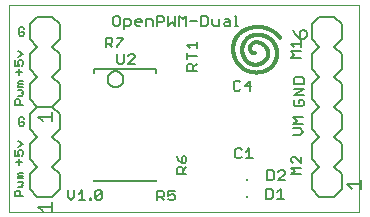
<source format=gto>
G75*
%MOIN*%
%OFA0B0*%
%FSLAX25Y25*%
%IPPOS*%
%LPD*%
%AMOC8*
5,1,8,0,0,1.08239X$1,22.5*
%
%ADD10C,0.00000*%
%ADD11C,0.00700*%
%ADD12C,0.01200*%
%ADD13C,0.00500*%
%ADD14C,0.00600*%
%ADD15R,0.00984X0.00984*%
D10*
X0002167Y0003000D02*
X0002167Y0071898D01*
X0118777Y0071898D01*
X0118777Y0003000D01*
X0002167Y0003000D01*
D11*
X0021808Y0007994D02*
X0022909Y0006893D01*
X0024010Y0007994D01*
X0024010Y0010196D01*
X0025491Y0009095D02*
X0026592Y0010196D01*
X0026592Y0006893D01*
X0025491Y0006893D02*
X0027693Y0006893D01*
X0029174Y0006893D02*
X0029174Y0007444D01*
X0029725Y0007444D01*
X0029725Y0006893D01*
X0029174Y0006893D01*
X0031016Y0007444D02*
X0031566Y0006893D01*
X0032667Y0006893D01*
X0033218Y0007444D01*
X0033218Y0009646D01*
X0031016Y0007444D01*
X0031016Y0009646D01*
X0031566Y0010196D01*
X0032667Y0010196D01*
X0033218Y0009646D01*
X0021808Y0010196D02*
X0021808Y0007994D01*
X0051654Y0007888D02*
X0053306Y0007888D01*
X0053856Y0008438D01*
X0053856Y0009539D01*
X0053306Y0010090D01*
X0051654Y0010090D01*
X0051654Y0006787D01*
X0052755Y0007888D02*
X0053856Y0006787D01*
X0055338Y0007337D02*
X0055888Y0006787D01*
X0056989Y0006787D01*
X0057539Y0007337D01*
X0057539Y0008438D01*
X0056989Y0008989D01*
X0056439Y0008989D01*
X0055338Y0008438D01*
X0055338Y0010090D01*
X0057539Y0010090D01*
X0058085Y0015618D02*
X0058085Y0017269D01*
X0058635Y0017820D01*
X0059736Y0017820D01*
X0060287Y0017269D01*
X0060287Y0015618D01*
X0061388Y0015618D02*
X0058085Y0015618D01*
X0060287Y0016719D02*
X0061388Y0017820D01*
X0060837Y0019301D02*
X0059736Y0019301D01*
X0059736Y0020952D01*
X0060287Y0021503D01*
X0060837Y0021503D01*
X0061388Y0020952D01*
X0061388Y0019851D01*
X0060837Y0019301D01*
X0059736Y0019301D02*
X0058635Y0020402D01*
X0058085Y0021503D01*
X0077560Y0021428D02*
X0078110Y0020878D01*
X0079211Y0020878D01*
X0079762Y0021428D01*
X0081243Y0020878D02*
X0083445Y0020878D01*
X0082344Y0020878D02*
X0082344Y0024180D01*
X0081243Y0023079D01*
X0079762Y0023630D02*
X0079211Y0024180D01*
X0078110Y0024180D01*
X0077560Y0023630D01*
X0077560Y0021428D01*
X0088363Y0016783D02*
X0090015Y0016783D01*
X0090565Y0016232D01*
X0090565Y0014030D01*
X0090015Y0013480D01*
X0088363Y0013480D01*
X0088363Y0016783D01*
X0092046Y0016232D02*
X0092597Y0016783D01*
X0093698Y0016783D01*
X0094248Y0016232D01*
X0094248Y0015682D01*
X0092046Y0013480D01*
X0094248Y0013480D01*
X0096321Y0015551D02*
X0097422Y0016652D01*
X0096321Y0017753D01*
X0099624Y0017753D01*
X0099624Y0019234D02*
X0097422Y0021436D01*
X0096871Y0021436D01*
X0096321Y0020885D01*
X0096321Y0019784D01*
X0096871Y0019234D01*
X0099624Y0019234D02*
X0099624Y0021436D01*
X0099624Y0015551D02*
X0096321Y0015551D01*
X0092753Y0010590D02*
X0092753Y0007287D01*
X0091653Y0007287D02*
X0093854Y0007287D01*
X0091653Y0009489D02*
X0092753Y0010590D01*
X0090171Y0010039D02*
X0089621Y0010590D01*
X0087969Y0010590D01*
X0087969Y0007287D01*
X0089621Y0007287D01*
X0090171Y0007837D01*
X0090171Y0010039D01*
X0097014Y0028653D02*
X0099216Y0028653D01*
X0100317Y0029754D01*
X0099216Y0030855D01*
X0097014Y0030855D01*
X0097014Y0032336D02*
X0098115Y0033437D01*
X0097014Y0034538D01*
X0100317Y0034538D01*
X0100317Y0032336D02*
X0097014Y0032336D01*
X0097671Y0038208D02*
X0099872Y0038208D01*
X0100423Y0038759D01*
X0100423Y0039860D01*
X0099872Y0040410D01*
X0098772Y0040410D01*
X0098772Y0039309D01*
X0097671Y0038208D02*
X0097120Y0038759D01*
X0097120Y0039860D01*
X0097671Y0040410D01*
X0097120Y0041891D02*
X0100423Y0044093D01*
X0097120Y0044093D01*
X0097120Y0045575D02*
X0097120Y0047226D01*
X0097671Y0047776D01*
X0099872Y0047776D01*
X0100423Y0047226D01*
X0100423Y0045575D01*
X0097120Y0045575D01*
X0097120Y0041891D02*
X0100423Y0041891D01*
X0083036Y0045021D02*
X0080834Y0045021D01*
X0082485Y0046673D01*
X0082485Y0043370D01*
X0079352Y0043920D02*
X0078802Y0043370D01*
X0077701Y0043370D01*
X0077151Y0043920D01*
X0077151Y0046122D01*
X0077701Y0046673D01*
X0078802Y0046673D01*
X0079352Y0046122D01*
X0064809Y0050108D02*
X0061506Y0050108D01*
X0061506Y0051759D01*
X0062056Y0052310D01*
X0063157Y0052310D01*
X0063708Y0051759D01*
X0063708Y0050108D01*
X0063708Y0051209D02*
X0064809Y0052310D01*
X0061506Y0053791D02*
X0061506Y0055993D01*
X0061506Y0054892D02*
X0064809Y0054892D01*
X0064809Y0057474D02*
X0064809Y0059676D01*
X0064809Y0058575D02*
X0061506Y0058575D01*
X0062607Y0057474D01*
X0061203Y0065011D02*
X0061203Y0068314D01*
X0060102Y0067213D01*
X0059001Y0068314D01*
X0059001Y0065011D01*
X0057520Y0065011D02*
X0057520Y0068314D01*
X0055318Y0068314D02*
X0055318Y0065011D01*
X0056419Y0066112D01*
X0057520Y0065011D01*
X0053837Y0066663D02*
X0053286Y0066112D01*
X0051635Y0066112D01*
X0051635Y0065011D02*
X0051635Y0068314D01*
X0053286Y0068314D01*
X0053837Y0067764D01*
X0053837Y0066663D01*
X0050154Y0066663D02*
X0050154Y0065011D01*
X0047952Y0065011D02*
X0047952Y0067213D01*
X0049603Y0067213D01*
X0050154Y0066663D01*
X0046471Y0066663D02*
X0046471Y0066112D01*
X0044269Y0066112D01*
X0044269Y0065562D02*
X0044269Y0066663D01*
X0044819Y0067213D01*
X0045920Y0067213D01*
X0046471Y0066663D01*
X0044819Y0065011D02*
X0044269Y0065562D01*
X0044819Y0065011D02*
X0045920Y0065011D01*
X0042788Y0065562D02*
X0042237Y0065011D01*
X0040586Y0065011D01*
X0042788Y0065562D02*
X0042788Y0066663D01*
X0042237Y0067213D01*
X0040586Y0067213D01*
X0040586Y0063910D01*
X0039104Y0065562D02*
X0038554Y0065011D01*
X0037453Y0065011D01*
X0036902Y0065562D01*
X0036902Y0067764D01*
X0037453Y0068314D01*
X0038554Y0068314D01*
X0039104Y0067764D01*
X0039104Y0065562D01*
X0038125Y0061102D02*
X0040327Y0061102D01*
X0040327Y0060551D01*
X0038125Y0058349D01*
X0038125Y0057799D01*
X0036644Y0057799D02*
X0035543Y0058900D01*
X0036093Y0058900D02*
X0034442Y0058900D01*
X0036093Y0058900D02*
X0036644Y0059450D01*
X0036644Y0060551D01*
X0036093Y0061102D01*
X0034442Y0061102D01*
X0034442Y0057799D01*
X0038343Y0055578D02*
X0038343Y0052826D01*
X0038894Y0052275D01*
X0039995Y0052275D01*
X0040545Y0052826D01*
X0040545Y0055578D01*
X0042027Y0055028D02*
X0042577Y0055578D01*
X0043678Y0055578D01*
X0044228Y0055028D01*
X0044228Y0054477D01*
X0042027Y0052275D01*
X0044228Y0052275D01*
X0066368Y0065011D02*
X0068019Y0065011D01*
X0068570Y0065562D01*
X0068570Y0067764D01*
X0068019Y0068314D01*
X0066368Y0068314D01*
X0066368Y0065011D01*
X0064886Y0066663D02*
X0062684Y0066663D01*
X0070051Y0067213D02*
X0070051Y0065562D01*
X0070601Y0065011D01*
X0072253Y0065011D01*
X0072253Y0067213D01*
X0074284Y0067213D02*
X0075385Y0067213D01*
X0075936Y0066663D01*
X0075936Y0065011D01*
X0074284Y0065011D01*
X0073734Y0065562D01*
X0074284Y0066112D01*
X0075936Y0066112D01*
X0077417Y0065011D02*
X0078518Y0065011D01*
X0077968Y0065011D02*
X0077968Y0068314D01*
X0077417Y0068314D01*
X0096163Y0059047D02*
X0099466Y0059047D01*
X0099466Y0057947D02*
X0099466Y0060148D01*
X0097264Y0057947D02*
X0096163Y0059047D01*
X0096163Y0056465D02*
X0099466Y0056465D01*
X0097264Y0055364D02*
X0096163Y0056465D01*
X0097264Y0055364D02*
X0096163Y0054263D01*
X0099466Y0054263D01*
D12*
X0090667Y0059000D02*
X0090602Y0059122D01*
X0090533Y0059242D01*
X0090461Y0059360D01*
X0090385Y0059475D01*
X0090307Y0059589D01*
X0090225Y0059701D01*
X0090141Y0059810D01*
X0090053Y0059917D01*
X0089963Y0060022D01*
X0089870Y0060124D01*
X0089774Y0060223D01*
X0089675Y0060320D01*
X0089574Y0060414D01*
X0089470Y0060506D01*
X0089364Y0060594D01*
X0089255Y0060680D01*
X0089144Y0060762D01*
X0089031Y0060842D01*
X0088916Y0060918D01*
X0088799Y0060992D01*
X0088680Y0061062D01*
X0088559Y0061128D01*
X0088436Y0061192D01*
X0088311Y0061252D01*
X0088185Y0061309D01*
X0088058Y0061362D01*
X0087929Y0061411D01*
X0087799Y0061458D01*
X0087667Y0061500D01*
X0087666Y0050000D02*
X0087483Y0049930D01*
X0087298Y0049865D01*
X0087112Y0049804D01*
X0086924Y0049748D01*
X0086734Y0049696D01*
X0086544Y0049649D01*
X0086353Y0049607D01*
X0086160Y0049569D01*
X0085967Y0049536D01*
X0085773Y0049508D01*
X0085578Y0049484D01*
X0085383Y0049465D01*
X0085187Y0049450D01*
X0084992Y0049441D01*
X0084795Y0049436D01*
X0084599Y0049435D01*
X0084403Y0049440D01*
X0084207Y0049449D01*
X0084012Y0049463D01*
X0083817Y0049482D01*
X0083622Y0049505D01*
X0083428Y0049533D01*
X0083234Y0049566D01*
X0083042Y0049604D01*
X0082850Y0049646D01*
X0082660Y0049692D01*
X0082471Y0049743D01*
X0082283Y0049799D01*
X0082096Y0049859D01*
X0081911Y0049924D01*
X0081727Y0049993D01*
X0081546Y0050067D01*
X0081366Y0050145D01*
X0081188Y0050227D01*
X0081012Y0050314D01*
X0080838Y0050405D01*
X0080666Y0050500D01*
X0080667Y0063500D02*
X0080874Y0063608D01*
X0081084Y0063710D01*
X0081296Y0063807D01*
X0081511Y0063898D01*
X0081728Y0063985D01*
X0081946Y0064066D01*
X0082167Y0064142D01*
X0082390Y0064212D01*
X0082614Y0064277D01*
X0082839Y0064337D01*
X0083066Y0064391D01*
X0083295Y0064439D01*
X0083524Y0064482D01*
X0083755Y0064519D01*
X0083986Y0064551D01*
X0084218Y0064577D01*
X0084450Y0064597D01*
X0084683Y0064612D01*
X0084916Y0064621D01*
X0085150Y0064624D01*
X0085383Y0064622D01*
X0085616Y0064613D01*
X0085849Y0064600D01*
X0086082Y0064580D01*
X0086314Y0064555D01*
X0086545Y0064524D01*
X0086776Y0064488D01*
X0087005Y0064446D01*
X0087234Y0064398D01*
X0087461Y0064345D01*
X0087687Y0064286D01*
X0087911Y0064222D01*
X0088134Y0064153D01*
X0088355Y0064078D01*
X0088574Y0063997D01*
X0088791Y0063912D01*
X0089006Y0063821D01*
X0089219Y0063724D01*
X0089429Y0063623D01*
X0089637Y0063517D01*
X0089842Y0063405D01*
X0090044Y0063289D01*
X0090243Y0063167D01*
X0090440Y0063041D01*
X0090633Y0062910D01*
X0090823Y0062775D01*
X0091009Y0062635D01*
X0091193Y0062490D01*
X0091372Y0062341D01*
X0091548Y0062188D01*
X0091720Y0062030D01*
X0091888Y0061868D01*
X0092052Y0061702D01*
X0092213Y0061532D01*
X0092368Y0061359D01*
X0092520Y0061181D01*
X0092667Y0061000D01*
X0080167Y0058500D02*
X0080131Y0058359D01*
X0080098Y0058217D01*
X0080069Y0058074D01*
X0080043Y0057930D01*
X0080021Y0057786D01*
X0080003Y0057642D01*
X0079989Y0057496D01*
X0079979Y0057351D01*
X0079972Y0057205D01*
X0079969Y0057059D01*
X0079970Y0056914D01*
X0079975Y0056768D01*
X0079983Y0056622D01*
X0079996Y0056477D01*
X0080012Y0056332D01*
X0080031Y0056187D01*
X0080055Y0056044D01*
X0080082Y0055900D01*
X0080113Y0055758D01*
X0080148Y0055616D01*
X0080186Y0055475D01*
X0080228Y0055336D01*
X0080274Y0055197D01*
X0080323Y0055060D01*
X0080376Y0054924D01*
X0080432Y0054789D01*
X0080492Y0054656D01*
X0080555Y0054525D01*
X0080622Y0054395D01*
X0080692Y0054267D01*
X0080765Y0054141D01*
X0080842Y0054017D01*
X0080921Y0053895D01*
X0081004Y0053775D01*
X0081090Y0053657D01*
X0081179Y0053541D01*
X0081271Y0053428D01*
X0081366Y0053317D01*
X0081463Y0053209D01*
X0081564Y0053104D01*
X0081667Y0053000D01*
X0084667Y0059499D02*
X0084791Y0059497D01*
X0084915Y0059491D01*
X0085039Y0059482D01*
X0085162Y0059469D01*
X0085285Y0059452D01*
X0085407Y0059431D01*
X0085529Y0059407D01*
X0085650Y0059378D01*
X0085769Y0059347D01*
X0085888Y0059311D01*
X0086006Y0059272D01*
X0086122Y0059229D01*
X0086238Y0059183D01*
X0086351Y0059133D01*
X0086463Y0059080D01*
X0086574Y0059024D01*
X0086682Y0058964D01*
X0086789Y0058901D01*
X0086894Y0058834D01*
X0086997Y0058765D01*
X0087097Y0058692D01*
X0087195Y0058616D01*
X0087291Y0058538D01*
X0087385Y0058456D01*
X0087476Y0058372D01*
X0087564Y0058284D01*
X0087649Y0058195D01*
X0087732Y0058102D01*
X0087812Y0058008D01*
X0087889Y0057910D01*
X0087963Y0057811D01*
X0088034Y0057709D01*
X0088102Y0057605D01*
X0088167Y0057499D01*
X0082667Y0061500D02*
X0082541Y0061423D01*
X0082417Y0061343D01*
X0082296Y0061260D01*
X0082176Y0061173D01*
X0082059Y0061084D01*
X0081943Y0060992D01*
X0081831Y0060897D01*
X0081720Y0060799D01*
X0081613Y0060699D01*
X0081507Y0060595D01*
X0081405Y0060490D01*
X0081305Y0060381D01*
X0081207Y0060270D01*
X0081113Y0060157D01*
X0081021Y0060041D01*
X0080933Y0059924D01*
X0080847Y0059803D01*
X0080765Y0059681D01*
X0080685Y0059557D01*
X0080609Y0059431D01*
X0080536Y0059303D01*
X0080466Y0059173D01*
X0080399Y0059041D01*
X0080336Y0058908D01*
X0080276Y0058774D01*
X0080220Y0058637D01*
X0080167Y0058500D01*
X0077667Y0060500D02*
X0077735Y0060639D01*
X0077807Y0060775D01*
X0077882Y0060911D01*
X0077960Y0061044D01*
X0078041Y0061175D01*
X0078126Y0061304D01*
X0078214Y0061431D01*
X0078304Y0061556D01*
X0078398Y0061679D01*
X0078495Y0061800D01*
X0078594Y0061918D01*
X0078697Y0062033D01*
X0078802Y0062147D01*
X0078910Y0062257D01*
X0079020Y0062365D01*
X0079134Y0062470D01*
X0079249Y0062573D01*
X0079367Y0062672D01*
X0079488Y0062769D01*
X0079611Y0062863D01*
X0079736Y0062953D01*
X0079863Y0063041D01*
X0079992Y0063126D01*
X0080123Y0063207D01*
X0080256Y0063285D01*
X0080392Y0063360D01*
X0080528Y0063432D01*
X0080667Y0063500D01*
X0084667Y0059500D02*
X0084578Y0059501D01*
X0084490Y0059498D01*
X0084402Y0059491D01*
X0084314Y0059480D01*
X0084227Y0059465D01*
X0084141Y0059447D01*
X0084055Y0059424D01*
X0083971Y0059398D01*
X0083888Y0059368D01*
X0083806Y0059335D01*
X0083726Y0059298D01*
X0083647Y0059257D01*
X0083570Y0059213D01*
X0083496Y0059166D01*
X0083423Y0059116D01*
X0083353Y0059062D01*
X0083285Y0059005D01*
X0083220Y0058945D01*
X0083158Y0058883D01*
X0083098Y0058818D01*
X0083041Y0058750D01*
X0082988Y0058680D01*
X0082937Y0058607D01*
X0082890Y0058533D01*
X0082846Y0058456D01*
X0082806Y0058377D01*
X0082769Y0058297D01*
X0082735Y0058215D01*
X0082706Y0058132D01*
X0082679Y0058048D01*
X0082657Y0057962D01*
X0082639Y0057876D01*
X0082624Y0057789D01*
X0082613Y0057701D01*
X0082606Y0057613D01*
X0082603Y0057525D01*
X0082604Y0057436D01*
X0082609Y0057348D01*
X0082617Y0057260D01*
X0082630Y0057173D01*
X0082646Y0057086D01*
X0082666Y0057000D01*
X0082667Y0057000D02*
X0082682Y0056933D01*
X0082701Y0056866D01*
X0082724Y0056801D01*
X0082750Y0056737D01*
X0082779Y0056675D01*
X0082812Y0056614D01*
X0082848Y0056555D01*
X0082887Y0056498D01*
X0082930Y0056443D01*
X0082975Y0056391D01*
X0083023Y0056341D01*
X0083073Y0056294D01*
X0083126Y0056250D01*
X0083181Y0056209D01*
X0083239Y0056170D01*
X0083298Y0056135D01*
X0083359Y0056103D01*
X0083422Y0056075D01*
X0083487Y0056050D01*
X0083552Y0056028D01*
X0083619Y0056010D01*
X0083687Y0055996D01*
X0083755Y0055985D01*
X0083823Y0055978D01*
X0083892Y0055975D01*
X0083961Y0055976D01*
X0084030Y0055980D01*
X0084099Y0055988D01*
X0084167Y0056000D01*
X0081666Y0053000D02*
X0081771Y0052920D01*
X0081878Y0052844D01*
X0081988Y0052770D01*
X0082099Y0052700D01*
X0082212Y0052633D01*
X0082328Y0052570D01*
X0082445Y0052510D01*
X0082563Y0052453D01*
X0082684Y0052400D01*
X0082806Y0052350D01*
X0082929Y0052304D01*
X0083053Y0052262D01*
X0083179Y0052223D01*
X0083306Y0052188D01*
X0083434Y0052156D01*
X0083562Y0052129D01*
X0083692Y0052105D01*
X0083822Y0052085D01*
X0083952Y0052068D01*
X0084083Y0052056D01*
X0084215Y0052047D01*
X0084346Y0052042D01*
X0084478Y0052041D01*
X0084609Y0052044D01*
X0084741Y0052051D01*
X0084872Y0052061D01*
X0085003Y0052075D01*
X0085133Y0052093D01*
X0085263Y0052115D01*
X0085392Y0052141D01*
X0085520Y0052170D01*
X0085648Y0052204D01*
X0085774Y0052240D01*
X0085899Y0052281D01*
X0086023Y0052325D01*
X0086146Y0052373D01*
X0086267Y0052424D01*
X0086386Y0052479D01*
X0086504Y0052537D01*
X0086621Y0052599D01*
X0086735Y0052664D01*
X0086847Y0052733D01*
X0086958Y0052804D01*
X0087066Y0052879D01*
X0087172Y0052957D01*
X0087276Y0053038D01*
X0087377Y0053122D01*
X0087476Y0053209D01*
X0087572Y0053299D01*
X0087666Y0053391D01*
X0087757Y0053486D01*
X0087845Y0053584D01*
X0087930Y0053684D01*
X0088012Y0053787D01*
X0088091Y0053892D01*
X0088167Y0054000D01*
X0087667Y0050000D02*
X0087812Y0050059D01*
X0087956Y0050121D01*
X0088098Y0050188D01*
X0088239Y0050257D01*
X0088377Y0050331D01*
X0088514Y0050408D01*
X0088648Y0050488D01*
X0088781Y0050572D01*
X0088911Y0050659D01*
X0089040Y0050749D01*
X0089165Y0050843D01*
X0089289Y0050940D01*
X0089410Y0051039D01*
X0089528Y0051142D01*
X0089644Y0051248D01*
X0089757Y0051357D01*
X0089867Y0051469D01*
X0089974Y0051583D01*
X0090078Y0051700D01*
X0090180Y0051820D01*
X0090278Y0051942D01*
X0090373Y0052066D01*
X0090465Y0052193D01*
X0090554Y0052323D01*
X0090639Y0052454D01*
X0090721Y0052588D01*
X0090800Y0052724D01*
X0090875Y0052861D01*
X0090946Y0053001D01*
X0091014Y0053142D01*
X0091079Y0053285D01*
X0091139Y0053430D01*
X0091197Y0053576D01*
X0091250Y0053723D01*
X0091299Y0053872D01*
X0091345Y0054022D01*
X0091387Y0054173D01*
X0091425Y0054325D01*
X0091460Y0054478D01*
X0091490Y0054632D01*
X0091516Y0054786D01*
X0091539Y0054942D01*
X0091557Y0055097D01*
X0091572Y0055253D01*
X0091583Y0055410D01*
X0091589Y0055566D01*
X0091592Y0055723D01*
X0091591Y0055880D01*
X0091585Y0056037D01*
X0091576Y0056193D01*
X0091563Y0056349D01*
X0091546Y0056505D01*
X0091524Y0056661D01*
X0091499Y0056815D01*
X0091470Y0056970D01*
X0091437Y0057123D01*
X0091401Y0057275D01*
X0091360Y0057427D01*
X0091316Y0057577D01*
X0091267Y0057726D01*
X0091215Y0057874D01*
X0091159Y0058021D01*
X0091100Y0058166D01*
X0091037Y0058309D01*
X0090970Y0058451D01*
X0090900Y0058591D01*
X0090826Y0058730D01*
X0090748Y0058866D01*
X0090667Y0059000D01*
X0077667Y0060500D02*
X0077589Y0060323D01*
X0077515Y0060144D01*
X0077446Y0059964D01*
X0077381Y0059782D01*
X0077321Y0059598D01*
X0077265Y0059414D01*
X0077214Y0059227D01*
X0077167Y0059040D01*
X0077125Y0058851D01*
X0077087Y0058662D01*
X0077054Y0058472D01*
X0077026Y0058281D01*
X0077002Y0058089D01*
X0076983Y0057897D01*
X0076969Y0057704D01*
X0076960Y0057511D01*
X0076955Y0057318D01*
X0076955Y0057125D01*
X0076959Y0056932D01*
X0076968Y0056739D01*
X0076982Y0056546D01*
X0077001Y0056354D01*
X0077024Y0056162D01*
X0077052Y0055971D01*
X0077085Y0055781D01*
X0077122Y0055591D01*
X0077164Y0055403D01*
X0077210Y0055215D01*
X0077261Y0055029D01*
X0077317Y0054844D01*
X0077377Y0054660D01*
X0077441Y0054478D01*
X0077510Y0054298D01*
X0077583Y0054119D01*
X0077661Y0053942D01*
X0077743Y0053767D01*
X0077829Y0053594D01*
X0077919Y0053423D01*
X0078013Y0053255D01*
X0078112Y0053089D01*
X0078214Y0052925D01*
X0078321Y0052764D01*
X0078431Y0052605D01*
X0078545Y0052450D01*
X0078663Y0052297D01*
X0078785Y0052147D01*
X0078910Y0052000D01*
X0079039Y0051856D01*
X0079171Y0051715D01*
X0079307Y0051578D01*
X0079446Y0051443D01*
X0079588Y0051313D01*
X0079734Y0051186D01*
X0079882Y0051062D01*
X0080033Y0050942D01*
X0080188Y0050826D01*
X0080345Y0050713D01*
X0080505Y0050605D01*
X0080667Y0050500D01*
X0082667Y0061500D02*
X0082816Y0061560D01*
X0082966Y0061616D01*
X0083118Y0061668D01*
X0083270Y0061717D01*
X0083424Y0061762D01*
X0083579Y0061803D01*
X0083735Y0061840D01*
X0083892Y0061874D01*
X0084050Y0061903D01*
X0084208Y0061929D01*
X0084367Y0061951D01*
X0084527Y0061968D01*
X0084686Y0061982D01*
X0084846Y0061992D01*
X0085007Y0061998D01*
X0085167Y0062000D01*
X0085327Y0061998D01*
X0085488Y0061992D01*
X0085648Y0061982D01*
X0085807Y0061968D01*
X0085967Y0061951D01*
X0086126Y0061929D01*
X0086284Y0061903D01*
X0086442Y0061874D01*
X0086599Y0061840D01*
X0086755Y0061803D01*
X0086910Y0061762D01*
X0087064Y0061717D01*
X0087216Y0061668D01*
X0087368Y0061616D01*
X0087518Y0061560D01*
X0087667Y0061500D01*
X0088167Y0057500D02*
X0088226Y0057405D01*
X0088281Y0057307D01*
X0088333Y0057208D01*
X0088381Y0057107D01*
X0088426Y0057004D01*
X0088467Y0056900D01*
X0088505Y0056795D01*
X0088539Y0056688D01*
X0088569Y0056581D01*
X0088596Y0056472D01*
X0088619Y0056362D01*
X0088638Y0056252D01*
X0088653Y0056141D01*
X0088665Y0056030D01*
X0088673Y0055918D01*
X0088677Y0055806D01*
X0088677Y0055694D01*
X0088673Y0055582D01*
X0088665Y0055470D01*
X0088653Y0055359D01*
X0088638Y0055248D01*
X0088619Y0055138D01*
X0088596Y0055028D01*
X0088569Y0054919D01*
X0088539Y0054812D01*
X0088505Y0054705D01*
X0088467Y0054600D01*
X0088426Y0054496D01*
X0088381Y0054393D01*
X0088333Y0054292D01*
X0088281Y0054193D01*
X0088226Y0054095D01*
X0088167Y0054000D01*
D13*
X0097663Y0062251D02*
X0099165Y0060750D01*
X0099165Y0063002D01*
X0099915Y0063753D01*
X0100666Y0063753D01*
X0101417Y0063002D01*
X0101417Y0061501D01*
X0100666Y0060750D01*
X0099165Y0060750D01*
X0097663Y0062251D02*
X0096913Y0063753D01*
X0051135Y0050693D02*
X0051135Y0049315D01*
X0051135Y0050693D02*
X0030663Y0050693D01*
X0030663Y0049315D01*
X0035108Y0047268D02*
X0035110Y0047370D01*
X0035116Y0047473D01*
X0035126Y0047575D01*
X0035140Y0047676D01*
X0035158Y0047777D01*
X0035179Y0047877D01*
X0035205Y0047976D01*
X0035234Y0048074D01*
X0035267Y0048171D01*
X0035304Y0048267D01*
X0035345Y0048361D01*
X0035389Y0048453D01*
X0035437Y0048544D01*
X0035488Y0048633D01*
X0035542Y0048719D01*
X0035600Y0048804D01*
X0035662Y0048886D01*
X0035726Y0048966D01*
X0035793Y0049043D01*
X0035864Y0049117D01*
X0035937Y0049189D01*
X0036012Y0049258D01*
X0036091Y0049324D01*
X0036172Y0049386D01*
X0036255Y0049446D01*
X0036341Y0049502D01*
X0036428Y0049555D01*
X0036518Y0049605D01*
X0036610Y0049651D01*
X0036703Y0049693D01*
X0036798Y0049732D01*
X0036894Y0049767D01*
X0036992Y0049798D01*
X0037090Y0049826D01*
X0037190Y0049849D01*
X0037290Y0049869D01*
X0037392Y0049885D01*
X0037493Y0049897D01*
X0037595Y0049905D01*
X0037698Y0049909D01*
X0037800Y0049909D01*
X0037903Y0049905D01*
X0038005Y0049897D01*
X0038106Y0049885D01*
X0038208Y0049869D01*
X0038308Y0049849D01*
X0038408Y0049826D01*
X0038506Y0049798D01*
X0038604Y0049767D01*
X0038700Y0049732D01*
X0038795Y0049693D01*
X0038888Y0049651D01*
X0038980Y0049605D01*
X0039069Y0049555D01*
X0039157Y0049502D01*
X0039243Y0049446D01*
X0039326Y0049386D01*
X0039407Y0049324D01*
X0039486Y0049258D01*
X0039561Y0049189D01*
X0039634Y0049117D01*
X0039705Y0049043D01*
X0039772Y0048966D01*
X0039836Y0048886D01*
X0039898Y0048804D01*
X0039956Y0048719D01*
X0040010Y0048633D01*
X0040061Y0048544D01*
X0040109Y0048453D01*
X0040153Y0048361D01*
X0040194Y0048267D01*
X0040231Y0048171D01*
X0040264Y0048074D01*
X0040293Y0047976D01*
X0040319Y0047877D01*
X0040340Y0047777D01*
X0040358Y0047676D01*
X0040372Y0047575D01*
X0040382Y0047473D01*
X0040388Y0047370D01*
X0040390Y0047268D01*
X0040388Y0047166D01*
X0040382Y0047063D01*
X0040372Y0046961D01*
X0040358Y0046860D01*
X0040340Y0046759D01*
X0040319Y0046659D01*
X0040293Y0046560D01*
X0040264Y0046462D01*
X0040231Y0046365D01*
X0040194Y0046269D01*
X0040153Y0046175D01*
X0040109Y0046083D01*
X0040061Y0045992D01*
X0040010Y0045903D01*
X0039956Y0045817D01*
X0039898Y0045732D01*
X0039836Y0045650D01*
X0039772Y0045570D01*
X0039705Y0045493D01*
X0039634Y0045419D01*
X0039561Y0045347D01*
X0039486Y0045278D01*
X0039407Y0045212D01*
X0039326Y0045150D01*
X0039243Y0045090D01*
X0039157Y0045034D01*
X0039070Y0044981D01*
X0038980Y0044931D01*
X0038888Y0044885D01*
X0038795Y0044843D01*
X0038700Y0044804D01*
X0038604Y0044769D01*
X0038506Y0044738D01*
X0038408Y0044710D01*
X0038308Y0044687D01*
X0038208Y0044667D01*
X0038106Y0044651D01*
X0038005Y0044639D01*
X0037903Y0044631D01*
X0037800Y0044627D01*
X0037698Y0044627D01*
X0037595Y0044631D01*
X0037493Y0044639D01*
X0037392Y0044651D01*
X0037290Y0044667D01*
X0037190Y0044687D01*
X0037090Y0044710D01*
X0036992Y0044738D01*
X0036894Y0044769D01*
X0036798Y0044804D01*
X0036703Y0044843D01*
X0036610Y0044885D01*
X0036518Y0044931D01*
X0036429Y0044981D01*
X0036341Y0045034D01*
X0036255Y0045090D01*
X0036172Y0045150D01*
X0036091Y0045212D01*
X0036012Y0045278D01*
X0035937Y0045347D01*
X0035864Y0045419D01*
X0035793Y0045493D01*
X0035726Y0045570D01*
X0035662Y0045650D01*
X0035600Y0045732D01*
X0035542Y0045817D01*
X0035488Y0045903D01*
X0035437Y0045992D01*
X0035389Y0046083D01*
X0035345Y0046175D01*
X0035304Y0046269D01*
X0035267Y0046365D01*
X0035234Y0046462D01*
X0035205Y0046560D01*
X0035179Y0046659D01*
X0035158Y0046759D01*
X0035140Y0046860D01*
X0035126Y0046961D01*
X0035116Y0047063D01*
X0035110Y0047166D01*
X0035108Y0047268D01*
X0016417Y0036253D02*
X0016417Y0033250D01*
X0016417Y0034751D02*
X0011913Y0034751D01*
X0013414Y0033250D01*
X0007218Y0033101D02*
X0007218Y0032200D01*
X0006768Y0031750D01*
X0005867Y0031750D01*
X0005417Y0032200D01*
X0005417Y0034002D01*
X0005867Y0034452D01*
X0006768Y0034452D01*
X0007218Y0034002D01*
X0007218Y0033101D02*
X0006317Y0033101D01*
X0006016Y0038750D02*
X0006016Y0040101D01*
X0005566Y0040552D01*
X0004665Y0040552D01*
X0004214Y0040101D01*
X0004214Y0038750D01*
X0006917Y0038750D01*
X0006466Y0041697D02*
X0005115Y0041697D01*
X0006466Y0041697D02*
X0006917Y0042147D01*
X0006466Y0042597D01*
X0006917Y0043048D01*
X0006466Y0043498D01*
X0005115Y0043498D01*
X0005115Y0044643D02*
X0005115Y0045093D01*
X0005566Y0045544D01*
X0005115Y0045994D01*
X0005566Y0046445D01*
X0006917Y0046445D01*
X0006917Y0045544D02*
X0005566Y0045544D01*
X0005115Y0044643D02*
X0006917Y0044643D01*
X0005566Y0048750D02*
X0005566Y0050552D01*
X0006466Y0049651D02*
X0004665Y0049651D01*
X0004214Y0051697D02*
X0005566Y0051697D01*
X0005115Y0052597D01*
X0005115Y0053048D01*
X0005566Y0053498D01*
X0006466Y0053498D01*
X0006917Y0053048D01*
X0006917Y0052147D01*
X0006466Y0051697D01*
X0004214Y0051697D02*
X0004214Y0053498D01*
X0005115Y0054643D02*
X0006917Y0055544D01*
X0005115Y0056445D01*
X0005867Y0061750D02*
X0006768Y0061750D01*
X0007218Y0062200D01*
X0007218Y0063101D01*
X0006317Y0063101D01*
X0005417Y0062200D02*
X0005867Y0061750D01*
X0005417Y0062200D02*
X0005417Y0064002D01*
X0005867Y0064452D01*
X0006768Y0064452D01*
X0007218Y0064002D01*
X0005115Y0026445D02*
X0006917Y0025544D01*
X0005115Y0024643D01*
X0005566Y0023498D02*
X0006466Y0023498D01*
X0006917Y0023048D01*
X0006917Y0022147D01*
X0006466Y0021697D01*
X0005566Y0021697D02*
X0005115Y0022597D01*
X0005115Y0023048D01*
X0005566Y0023498D01*
X0004214Y0023498D02*
X0004214Y0021697D01*
X0005566Y0021697D01*
X0005566Y0020552D02*
X0005566Y0018750D01*
X0006466Y0019651D02*
X0004665Y0019651D01*
X0005566Y0015945D02*
X0006917Y0015945D01*
X0006917Y0015044D02*
X0005566Y0015044D01*
X0005115Y0015494D01*
X0005566Y0015945D01*
X0005566Y0015044D02*
X0005115Y0014593D01*
X0005115Y0014143D01*
X0006917Y0014143D01*
X0006466Y0012998D02*
X0005115Y0012998D01*
X0006466Y0012998D02*
X0006917Y0012548D01*
X0006466Y0012097D01*
X0006917Y0011647D01*
X0006466Y0011197D01*
X0005115Y0011197D01*
X0004665Y0010052D02*
X0005566Y0010052D01*
X0006016Y0009601D01*
X0006016Y0008250D01*
X0006917Y0008250D02*
X0004214Y0008250D01*
X0004214Y0009601D01*
X0004665Y0010052D01*
X0011913Y0004751D02*
X0016417Y0004751D01*
X0016417Y0003250D02*
X0016417Y0006253D01*
X0013414Y0003250D02*
X0011913Y0004751D01*
X0030663Y0013134D02*
X0051135Y0013134D01*
X0051135Y0013685D01*
X0030663Y0013685D02*
X0030663Y0013134D01*
X0114913Y0012251D02*
X0119417Y0012251D01*
X0119417Y0010750D02*
X0119417Y0013753D01*
X0116414Y0010750D02*
X0114913Y0012251D01*
D14*
X0113167Y0010500D02*
X0113167Y0015500D01*
X0110667Y0018000D01*
X0113167Y0020500D01*
X0113167Y0025500D01*
X0110667Y0028000D01*
X0113167Y0030500D01*
X0113167Y0035500D01*
X0110667Y0038000D01*
X0113167Y0040500D01*
X0113167Y0045500D01*
X0110667Y0048000D01*
X0113167Y0050500D01*
X0113167Y0055500D01*
X0110667Y0058000D01*
X0113167Y0060500D01*
X0113167Y0065500D01*
X0110667Y0068000D01*
X0105667Y0068000D01*
X0103167Y0065500D01*
X0103167Y0060500D01*
X0105667Y0058000D01*
X0103167Y0055500D01*
X0103167Y0050500D01*
X0105667Y0048000D01*
X0103167Y0045500D01*
X0103167Y0040500D01*
X0105667Y0038000D01*
X0103167Y0035500D01*
X0103167Y0030500D01*
X0105667Y0028000D01*
X0103167Y0025500D01*
X0103167Y0020500D01*
X0105667Y0018000D01*
X0103167Y0015500D01*
X0103167Y0010500D01*
X0105667Y0008000D01*
X0110667Y0008000D01*
X0113167Y0010500D01*
X0019167Y0010500D02*
X0019167Y0015500D01*
X0016667Y0018000D01*
X0019167Y0020500D01*
X0019167Y0025500D01*
X0016667Y0028000D01*
X0019167Y0030500D01*
X0019167Y0035500D01*
X0016667Y0038000D01*
X0011667Y0038000D01*
X0009167Y0035500D01*
X0009167Y0030500D01*
X0011667Y0028000D01*
X0009167Y0025500D01*
X0009167Y0020500D01*
X0011667Y0018000D01*
X0009167Y0015500D01*
X0009167Y0010500D01*
X0011667Y0008000D01*
X0016667Y0008000D01*
X0019167Y0010500D01*
X0016667Y0038000D02*
X0011667Y0038000D01*
X0009167Y0040500D01*
X0009167Y0045500D01*
X0011667Y0048000D01*
X0009167Y0050500D01*
X0009167Y0055500D01*
X0011667Y0058000D01*
X0009167Y0060500D01*
X0009167Y0065500D01*
X0011667Y0068000D01*
X0016667Y0068000D01*
X0019167Y0065500D01*
X0019167Y0060500D01*
X0016667Y0058000D01*
X0019167Y0055500D01*
X0019167Y0050500D01*
X0016667Y0048000D01*
X0019167Y0045500D01*
X0019167Y0040500D01*
X0016667Y0038000D01*
D15*
X0081659Y0013500D03*
X0081659Y0008000D03*
M02*

</source>
